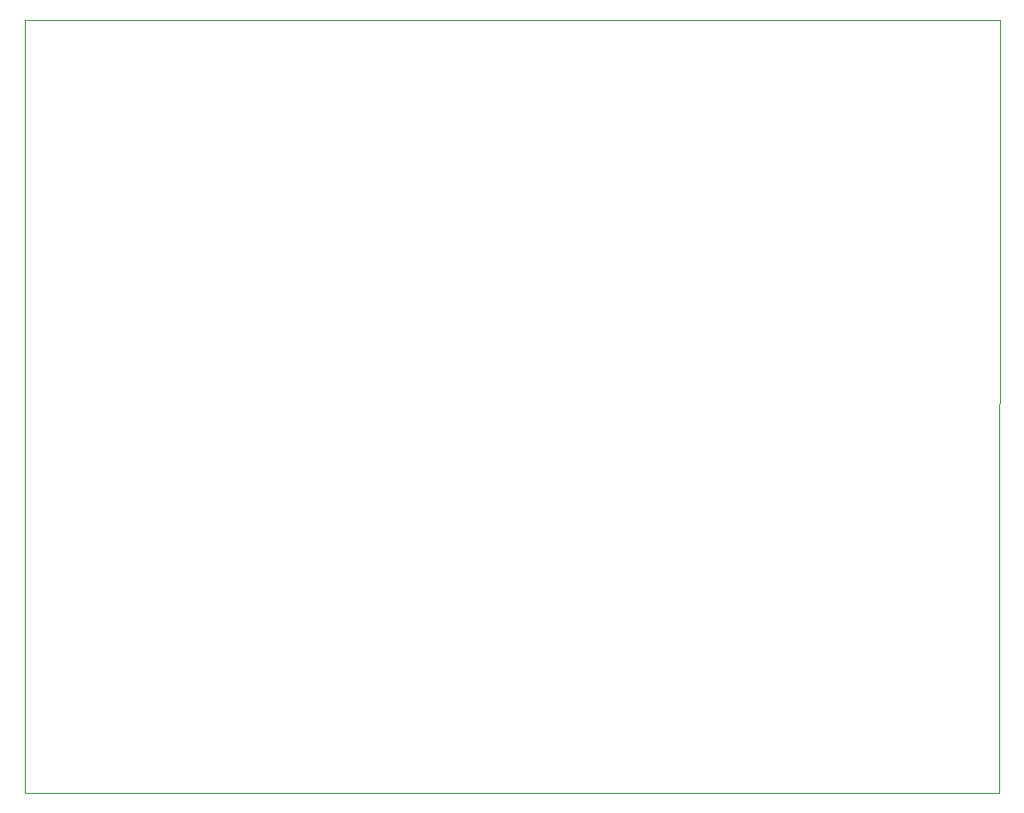
<source format=gbr>
%TF.GenerationSoftware,KiCad,Pcbnew,(6.0.0)*%
%TF.CreationDate,2022-10-28T11:35:46+02:00*%
%TF.ProjectId,INSTR AMP - IDC-SMD v22-10-27,494e5354-5220-4414-9d50-202d20494443,rev?*%
%TF.SameCoordinates,Original*%
%TF.FileFunction,Profile,NP*%
%FSLAX46Y46*%
G04 Gerber Fmt 4.6, Leading zero omitted, Abs format (unit mm)*
G04 Created by KiCad (PCBNEW (6.0.0)) date 2022-10-28 11:35:46*
%MOMM*%
%LPD*%
G01*
G04 APERTURE LIST*
%TA.AperFunction,Profile*%
%ADD10C,0.050000*%
%TD*%
G04 APERTURE END LIST*
D10*
X74904600Y-46990000D02*
X74955400Y-115544600D01*
X161264600Y-47015400D02*
X74904600Y-46990000D01*
X74955400Y-115544600D02*
X161163000Y-115544600D01*
X161264600Y-47015400D02*
X161163000Y-115544600D01*
M02*

</source>
